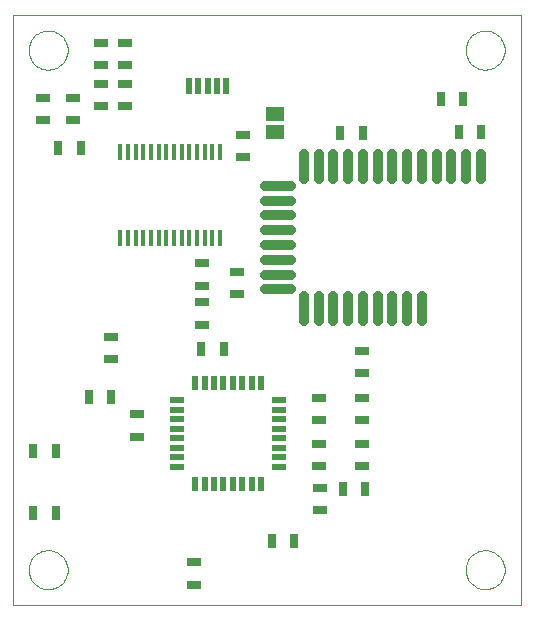
<source format=gtp>
G75*
G70*
%OFA0B0*%
%FSLAX24Y24*%
%IPPOS*%
%LPD*%
%AMOC8*
5,1,8,0,0,1.08239X$1,22.5*
%
%ADD10C,0.0000*%
%ADD11R,0.0500X0.0220*%
%ADD12R,0.0220X0.0500*%
%ADD13R,0.0453X0.0276*%
%ADD14R,0.0276X0.0453*%
%ADD15C,0.0335*%
%ADD16R,0.0197X0.0551*%
%ADD17R,0.0630X0.0460*%
%ADD18R,0.0137X0.0550*%
D10*
X001110Y000743D02*
X001110Y020428D01*
X018039Y020428D01*
X018039Y000743D01*
X001110Y000743D01*
X001641Y001924D02*
X001643Y001974D01*
X001649Y002024D01*
X001659Y002074D01*
X001672Y002122D01*
X001689Y002170D01*
X001710Y002216D01*
X001734Y002260D01*
X001762Y002302D01*
X001793Y002342D01*
X001827Y002379D01*
X001864Y002414D01*
X001903Y002445D01*
X001944Y002474D01*
X001988Y002499D01*
X002034Y002521D01*
X002081Y002539D01*
X002129Y002553D01*
X002178Y002564D01*
X002228Y002571D01*
X002278Y002574D01*
X002329Y002573D01*
X002379Y002568D01*
X002429Y002559D01*
X002477Y002547D01*
X002525Y002530D01*
X002571Y002510D01*
X002616Y002487D01*
X002659Y002460D01*
X002699Y002430D01*
X002737Y002397D01*
X002772Y002361D01*
X002805Y002322D01*
X002834Y002281D01*
X002860Y002238D01*
X002883Y002193D01*
X002902Y002146D01*
X002917Y002098D01*
X002929Y002049D01*
X002937Y001999D01*
X002941Y001949D01*
X002941Y001899D01*
X002937Y001849D01*
X002929Y001799D01*
X002917Y001750D01*
X002902Y001702D01*
X002883Y001655D01*
X002860Y001610D01*
X002834Y001567D01*
X002805Y001526D01*
X002772Y001487D01*
X002737Y001451D01*
X002699Y001418D01*
X002659Y001388D01*
X002616Y001361D01*
X002571Y001338D01*
X002525Y001318D01*
X002477Y001301D01*
X002429Y001289D01*
X002379Y001280D01*
X002329Y001275D01*
X002278Y001274D01*
X002228Y001277D01*
X002178Y001284D01*
X002129Y001295D01*
X002081Y001309D01*
X002034Y001327D01*
X001988Y001349D01*
X001944Y001374D01*
X001903Y001403D01*
X001864Y001434D01*
X001827Y001469D01*
X001793Y001506D01*
X001762Y001546D01*
X001734Y001588D01*
X001710Y001632D01*
X001689Y001678D01*
X001672Y001726D01*
X001659Y001774D01*
X001649Y001824D01*
X001643Y001874D01*
X001641Y001924D01*
X001641Y019247D02*
X001643Y019297D01*
X001649Y019347D01*
X001659Y019397D01*
X001672Y019445D01*
X001689Y019493D01*
X001710Y019539D01*
X001734Y019583D01*
X001762Y019625D01*
X001793Y019665D01*
X001827Y019702D01*
X001864Y019737D01*
X001903Y019768D01*
X001944Y019797D01*
X001988Y019822D01*
X002034Y019844D01*
X002081Y019862D01*
X002129Y019876D01*
X002178Y019887D01*
X002228Y019894D01*
X002278Y019897D01*
X002329Y019896D01*
X002379Y019891D01*
X002429Y019882D01*
X002477Y019870D01*
X002525Y019853D01*
X002571Y019833D01*
X002616Y019810D01*
X002659Y019783D01*
X002699Y019753D01*
X002737Y019720D01*
X002772Y019684D01*
X002805Y019645D01*
X002834Y019604D01*
X002860Y019561D01*
X002883Y019516D01*
X002902Y019469D01*
X002917Y019421D01*
X002929Y019372D01*
X002937Y019322D01*
X002941Y019272D01*
X002941Y019222D01*
X002937Y019172D01*
X002929Y019122D01*
X002917Y019073D01*
X002902Y019025D01*
X002883Y018978D01*
X002860Y018933D01*
X002834Y018890D01*
X002805Y018849D01*
X002772Y018810D01*
X002737Y018774D01*
X002699Y018741D01*
X002659Y018711D01*
X002616Y018684D01*
X002571Y018661D01*
X002525Y018641D01*
X002477Y018624D01*
X002429Y018612D01*
X002379Y018603D01*
X002329Y018598D01*
X002278Y018597D01*
X002228Y018600D01*
X002178Y018607D01*
X002129Y018618D01*
X002081Y018632D01*
X002034Y018650D01*
X001988Y018672D01*
X001944Y018697D01*
X001903Y018726D01*
X001864Y018757D01*
X001827Y018792D01*
X001793Y018829D01*
X001762Y018869D01*
X001734Y018911D01*
X001710Y018955D01*
X001689Y019001D01*
X001672Y019049D01*
X001659Y019097D01*
X001649Y019147D01*
X001643Y019197D01*
X001641Y019247D01*
X016208Y019247D02*
X016210Y019297D01*
X016216Y019347D01*
X016226Y019397D01*
X016239Y019445D01*
X016256Y019493D01*
X016277Y019539D01*
X016301Y019583D01*
X016329Y019625D01*
X016360Y019665D01*
X016394Y019702D01*
X016431Y019737D01*
X016470Y019768D01*
X016511Y019797D01*
X016555Y019822D01*
X016601Y019844D01*
X016648Y019862D01*
X016696Y019876D01*
X016745Y019887D01*
X016795Y019894D01*
X016845Y019897D01*
X016896Y019896D01*
X016946Y019891D01*
X016996Y019882D01*
X017044Y019870D01*
X017092Y019853D01*
X017138Y019833D01*
X017183Y019810D01*
X017226Y019783D01*
X017266Y019753D01*
X017304Y019720D01*
X017339Y019684D01*
X017372Y019645D01*
X017401Y019604D01*
X017427Y019561D01*
X017450Y019516D01*
X017469Y019469D01*
X017484Y019421D01*
X017496Y019372D01*
X017504Y019322D01*
X017508Y019272D01*
X017508Y019222D01*
X017504Y019172D01*
X017496Y019122D01*
X017484Y019073D01*
X017469Y019025D01*
X017450Y018978D01*
X017427Y018933D01*
X017401Y018890D01*
X017372Y018849D01*
X017339Y018810D01*
X017304Y018774D01*
X017266Y018741D01*
X017226Y018711D01*
X017183Y018684D01*
X017138Y018661D01*
X017092Y018641D01*
X017044Y018624D01*
X016996Y018612D01*
X016946Y018603D01*
X016896Y018598D01*
X016845Y018597D01*
X016795Y018600D01*
X016745Y018607D01*
X016696Y018618D01*
X016648Y018632D01*
X016601Y018650D01*
X016555Y018672D01*
X016511Y018697D01*
X016470Y018726D01*
X016431Y018757D01*
X016394Y018792D01*
X016360Y018829D01*
X016329Y018869D01*
X016301Y018911D01*
X016277Y018955D01*
X016256Y019001D01*
X016239Y019049D01*
X016226Y019097D01*
X016216Y019147D01*
X016210Y019197D01*
X016208Y019247D01*
X016208Y001924D02*
X016210Y001974D01*
X016216Y002024D01*
X016226Y002074D01*
X016239Y002122D01*
X016256Y002170D01*
X016277Y002216D01*
X016301Y002260D01*
X016329Y002302D01*
X016360Y002342D01*
X016394Y002379D01*
X016431Y002414D01*
X016470Y002445D01*
X016511Y002474D01*
X016555Y002499D01*
X016601Y002521D01*
X016648Y002539D01*
X016696Y002553D01*
X016745Y002564D01*
X016795Y002571D01*
X016845Y002574D01*
X016896Y002573D01*
X016946Y002568D01*
X016996Y002559D01*
X017044Y002547D01*
X017092Y002530D01*
X017138Y002510D01*
X017183Y002487D01*
X017226Y002460D01*
X017266Y002430D01*
X017304Y002397D01*
X017339Y002361D01*
X017372Y002322D01*
X017401Y002281D01*
X017427Y002238D01*
X017450Y002193D01*
X017469Y002146D01*
X017484Y002098D01*
X017496Y002049D01*
X017504Y001999D01*
X017508Y001949D01*
X017508Y001899D01*
X017504Y001849D01*
X017496Y001799D01*
X017484Y001750D01*
X017469Y001702D01*
X017450Y001655D01*
X017427Y001610D01*
X017401Y001567D01*
X017372Y001526D01*
X017339Y001487D01*
X017304Y001451D01*
X017266Y001418D01*
X017226Y001388D01*
X017183Y001361D01*
X017138Y001338D01*
X017092Y001318D01*
X017044Y001301D01*
X016996Y001289D01*
X016946Y001280D01*
X016896Y001275D01*
X016845Y001274D01*
X016795Y001277D01*
X016745Y001284D01*
X016696Y001295D01*
X016648Y001309D01*
X016601Y001327D01*
X016555Y001349D01*
X016511Y001374D01*
X016470Y001403D01*
X016431Y001434D01*
X016394Y001469D01*
X016360Y001506D01*
X016329Y001546D01*
X016301Y001588D01*
X016277Y001632D01*
X016256Y001678D01*
X016239Y001726D01*
X016226Y001774D01*
X016216Y001824D01*
X016210Y001874D01*
X016208Y001924D01*
D11*
X009982Y005366D03*
X009982Y005681D03*
X009982Y005996D03*
X009982Y006310D03*
X009982Y006625D03*
X009982Y006940D03*
X009982Y007255D03*
X009982Y007570D03*
X006602Y007570D03*
X006602Y007255D03*
X006602Y006940D03*
X006602Y006625D03*
X006602Y006310D03*
X006602Y005996D03*
X006602Y005681D03*
X006602Y005366D03*
D12*
X007190Y004778D03*
X007505Y004778D03*
X007820Y004778D03*
X008135Y004778D03*
X008450Y004778D03*
X008765Y004778D03*
X009079Y004778D03*
X009394Y004778D03*
X009394Y008158D03*
X009079Y008158D03*
X008765Y008158D03*
X008450Y008158D03*
X008135Y008158D03*
X007820Y008158D03*
X007505Y008158D03*
X007190Y008158D03*
D13*
X007409Y010093D03*
X007409Y010841D03*
X007409Y011392D03*
X007409Y012140D03*
X008590Y011865D03*
X008590Y011117D03*
X011307Y007652D03*
X011307Y006904D03*
X011307Y006117D03*
X011307Y005369D03*
X011346Y004660D03*
X011346Y003912D03*
X012764Y005369D03*
X012764Y006117D03*
X012764Y006904D03*
X012764Y007652D03*
X012764Y008479D03*
X012764Y009227D03*
X008787Y015684D03*
X008787Y016432D03*
X004840Y017377D03*
X004840Y018125D03*
X004839Y018752D03*
X004839Y019500D03*
X004055Y019500D03*
X004055Y018752D03*
X004053Y018125D03*
X004053Y017377D03*
X003118Y017652D03*
X003118Y016904D03*
X002134Y016904D03*
X002134Y017652D03*
X004403Y009687D03*
X004403Y008939D03*
X005244Y007101D03*
X005244Y006353D03*
X007151Y002175D03*
X007151Y001427D03*
D14*
X009745Y002870D03*
X010493Y002870D03*
X012118Y004629D03*
X012866Y004629D03*
X008150Y009291D03*
X007402Y009291D03*
X004393Y007670D03*
X003645Y007670D03*
X002548Y005893D03*
X001800Y005893D03*
X001800Y003826D03*
X002548Y003826D03*
X002631Y015977D03*
X003379Y015977D03*
X012035Y016486D03*
X012783Y016486D03*
X015382Y017633D03*
X016130Y017633D03*
X015972Y016530D03*
X016720Y016530D03*
D15*
X016720Y014946D02*
X016720Y014946D01*
X016720Y015792D01*
X016720Y015792D01*
X016720Y014946D01*
X016720Y015280D02*
X016720Y015280D01*
X016720Y015614D02*
X016720Y015614D01*
X016228Y014946D02*
X016228Y014946D01*
X016228Y015792D01*
X016228Y015792D01*
X016228Y014946D01*
X016228Y015280D02*
X016228Y015280D01*
X016228Y015614D02*
X016228Y015614D01*
X015736Y014946D02*
X015736Y014946D01*
X015736Y015792D01*
X015736Y015792D01*
X015736Y014946D01*
X015736Y015280D02*
X015736Y015280D01*
X015736Y015614D02*
X015736Y015614D01*
X015244Y014946D02*
X015244Y014946D01*
X015244Y015792D01*
X015244Y015792D01*
X015244Y014946D01*
X015244Y015280D02*
X015244Y015280D01*
X015244Y015614D02*
X015244Y015614D01*
X014752Y014946D02*
X014752Y014946D01*
X014752Y015792D01*
X014752Y015792D01*
X014752Y014946D01*
X014752Y015280D02*
X014752Y015280D01*
X014752Y015614D02*
X014752Y015614D01*
X014260Y014946D02*
X014260Y014946D01*
X014260Y015792D01*
X014260Y015792D01*
X014260Y014946D01*
X014260Y015280D02*
X014260Y015280D01*
X014260Y015614D02*
X014260Y015614D01*
X013768Y014946D02*
X013768Y014946D01*
X013768Y015792D01*
X013768Y015792D01*
X013768Y014946D01*
X013768Y015280D02*
X013768Y015280D01*
X013768Y015614D02*
X013768Y015614D01*
X013276Y014946D02*
X013276Y014946D01*
X013276Y015792D01*
X013276Y015792D01*
X013276Y014946D01*
X013276Y015280D02*
X013276Y015280D01*
X013276Y015614D02*
X013276Y015614D01*
X012783Y014946D02*
X012783Y014946D01*
X012783Y015792D01*
X012783Y015792D01*
X012783Y014946D01*
X012783Y015280D02*
X012783Y015280D01*
X012783Y015614D02*
X012783Y015614D01*
X012291Y014946D02*
X012291Y014946D01*
X012291Y015792D01*
X012291Y015792D01*
X012291Y014946D01*
X012291Y015280D02*
X012291Y015280D01*
X012291Y015614D02*
X012291Y015614D01*
X011799Y014946D02*
X011799Y014946D01*
X011799Y015792D01*
X011799Y015792D01*
X011799Y014946D01*
X011799Y015280D02*
X011799Y015280D01*
X011799Y015614D02*
X011799Y015614D01*
X011307Y014946D02*
X011307Y014946D01*
X011307Y015792D01*
X011307Y015792D01*
X011307Y014946D01*
X011307Y015280D02*
X011307Y015280D01*
X011307Y015614D02*
X011307Y015614D01*
X010815Y014946D02*
X010815Y014946D01*
X010815Y015792D01*
X010815Y015792D01*
X010815Y014946D01*
X010815Y015280D02*
X010815Y015280D01*
X010815Y015614D02*
X010815Y015614D01*
X010372Y014719D02*
X010372Y014719D01*
X009526Y014719D01*
X009526Y014719D01*
X010372Y014719D01*
X010372Y014227D02*
X010372Y014227D01*
X009526Y014227D01*
X009526Y014227D01*
X010372Y014227D01*
X010372Y013735D02*
X010372Y013735D01*
X009526Y013735D01*
X009526Y013735D01*
X010372Y013735D01*
X010372Y013243D02*
X010372Y013243D01*
X009526Y013243D01*
X009526Y013243D01*
X010372Y013243D01*
X010372Y012751D02*
X010372Y012751D01*
X009526Y012751D01*
X009526Y012751D01*
X010372Y012751D01*
X010372Y012259D02*
X010372Y012259D01*
X009526Y012259D01*
X009526Y012259D01*
X010372Y012259D01*
X010372Y011766D02*
X010372Y011766D01*
X009526Y011766D01*
X009526Y011766D01*
X010372Y011766D01*
X010372Y011274D02*
X010372Y011274D01*
X009526Y011274D01*
X009526Y011274D01*
X010372Y011274D01*
X010815Y010202D02*
X010815Y010202D01*
X010815Y011048D01*
X010815Y011048D01*
X010815Y010202D01*
X010815Y010536D02*
X010815Y010536D01*
X010815Y010870D02*
X010815Y010870D01*
X011307Y010202D02*
X011307Y010202D01*
X011307Y011048D01*
X011307Y011048D01*
X011307Y010202D01*
X011307Y010536D02*
X011307Y010536D01*
X011307Y010870D02*
X011307Y010870D01*
X011799Y010202D02*
X011799Y010202D01*
X011799Y011048D01*
X011799Y011048D01*
X011799Y010202D01*
X011799Y010536D02*
X011799Y010536D01*
X011799Y010870D02*
X011799Y010870D01*
X012291Y010202D02*
X012291Y010202D01*
X012291Y011048D01*
X012291Y011048D01*
X012291Y010202D01*
X012291Y010536D02*
X012291Y010536D01*
X012291Y010870D02*
X012291Y010870D01*
X012783Y010202D02*
X012783Y010202D01*
X012783Y011048D01*
X012783Y011048D01*
X012783Y010202D01*
X012783Y010536D02*
X012783Y010536D01*
X012783Y010870D02*
X012783Y010870D01*
X013276Y010202D02*
X013276Y010202D01*
X013276Y011048D01*
X013276Y011048D01*
X013276Y010202D01*
X013276Y010536D02*
X013276Y010536D01*
X013276Y010870D02*
X013276Y010870D01*
X013768Y010202D02*
X013768Y010202D01*
X013768Y011048D01*
X013768Y011048D01*
X013768Y010202D01*
X013768Y010536D02*
X013768Y010536D01*
X013768Y010870D02*
X013768Y010870D01*
X014260Y010202D02*
X014260Y010202D01*
X014260Y011048D01*
X014260Y011048D01*
X014260Y010202D01*
X014260Y010536D02*
X014260Y010536D01*
X014260Y010870D02*
X014260Y010870D01*
X014752Y010202D02*
X014752Y010202D01*
X014752Y011048D01*
X014752Y011048D01*
X014752Y010202D01*
X014752Y010536D02*
X014752Y010536D01*
X014752Y010870D02*
X014752Y010870D01*
D16*
X008236Y018066D03*
X007921Y018066D03*
X007606Y018066D03*
X007291Y018066D03*
X006976Y018066D03*
D17*
X009847Y017110D03*
X009847Y016510D03*
D18*
X008024Y015861D03*
X007768Y015861D03*
X007512Y015861D03*
X007256Y015861D03*
X007000Y015861D03*
X006744Y015861D03*
X006489Y015861D03*
X006233Y015861D03*
X005977Y015861D03*
X005721Y015861D03*
X005465Y015861D03*
X005209Y015861D03*
X004953Y015861D03*
X004697Y015861D03*
X004697Y012982D03*
X004953Y012982D03*
X005209Y012982D03*
X005465Y012982D03*
X005721Y012982D03*
X005977Y012982D03*
X006233Y012982D03*
X006489Y012982D03*
X006744Y012982D03*
X007000Y012982D03*
X007256Y012982D03*
X007512Y012982D03*
X007768Y012982D03*
X008024Y012982D03*
M02*

</source>
